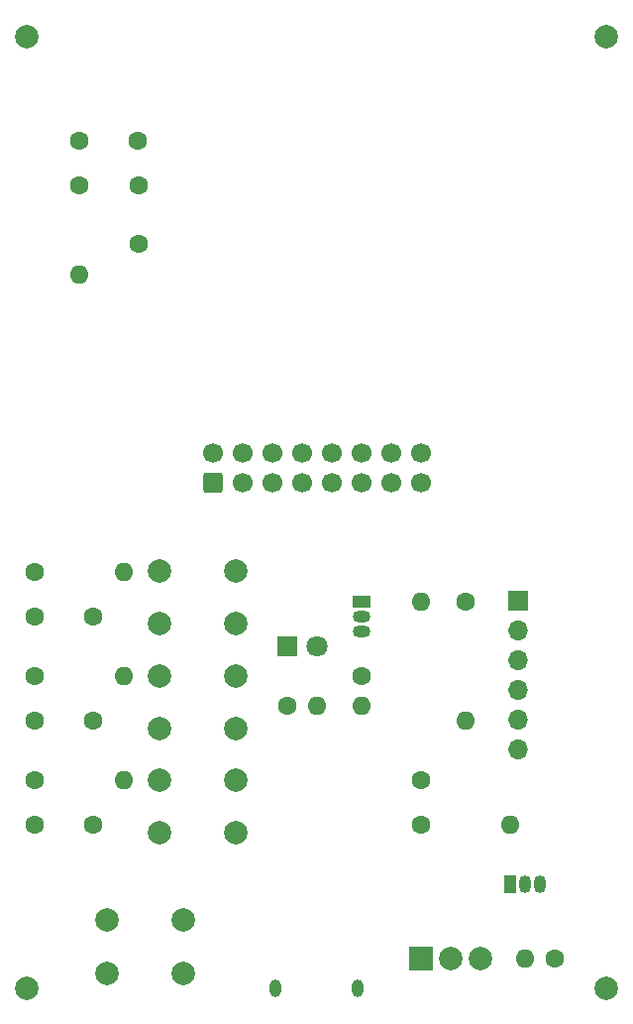
<source format=gbr>
%TF.GenerationSoftware,KiCad,Pcbnew,7.0.7*%
%TF.CreationDate,2024-10-11T15:58:01+09:00*%
%TF.ProjectId,ESP32-hub75,45535033-322d-4687-9562-37352e6b6963,rev?*%
%TF.SameCoordinates,Original*%
%TF.FileFunction,Soldermask,Bot*%
%TF.FilePolarity,Negative*%
%FSLAX46Y46*%
G04 Gerber Fmt 4.6, Leading zero omitted, Abs format (unit mm)*
G04 Created by KiCad (PCBNEW 7.0.7) date 2024-10-11 15:58:01*
%MOMM*%
%LPD*%
G01*
G04 APERTURE LIST*
G04 Aperture macros list*
%AMRoundRect*
0 Rectangle with rounded corners*
0 $1 Rounding radius*
0 $2 $3 $4 $5 $6 $7 $8 $9 X,Y pos of 4 corners*
0 Add a 4 corners polygon primitive as box body*
4,1,4,$2,$3,$4,$5,$6,$7,$8,$9,$2,$3,0*
0 Add four circle primitives for the rounded corners*
1,1,$1+$1,$2,$3*
1,1,$1+$1,$4,$5*
1,1,$1+$1,$6,$7*
1,1,$1+$1,$8,$9*
0 Add four rect primitives between the rounded corners*
20,1,$1+$1,$2,$3,$4,$5,0*
20,1,$1+$1,$4,$5,$6,$7,0*
20,1,$1+$1,$6,$7,$8,$9,0*
20,1,$1+$1,$8,$9,$2,$3,0*%
G04 Aperture macros list end*
%ADD10C,1.600000*%
%ADD11O,1.600000X1.600000*%
%ADD12C,2.000000*%
%ADD13R,2.000000X2.000000*%
%ADD14O,1.000000X1.500000*%
%ADD15R,1.800000X1.800000*%
%ADD16C,1.800000*%
%ADD17RoundRect,0.250000X0.600000X-0.600000X0.600000X0.600000X-0.600000X0.600000X-0.600000X-0.600000X0*%
%ADD18C,1.700000*%
%ADD19R,1.700000X1.700000*%
%ADD20O,1.700000X1.700000*%
%ADD21R,1.500000X1.050000*%
%ADD22O,1.500000X1.050000*%
%ADD23R,1.050000X1.500000*%
%ADD24O,1.050000X1.500000*%
G04 APERTURE END LIST*
D10*
%TO.C,R2*%
X67310000Y-82550000D03*
D11*
X67310000Y-85090000D03*
%TD*%
D12*
%TO.C,REF\u002A\u002A*%
X38735000Y-109220000D03*
%TD*%
%TO.C,SW1*%
X52070000Y-107950000D03*
X45570000Y-107950000D03*
X52070000Y-103450000D03*
X45570000Y-103450000D03*
%TD*%
D13*
%TO.C,SW2*%
X72390000Y-106680000D03*
D12*
X74930000Y-106680000D03*
X77470000Y-106680000D03*
%TD*%
D10*
%TO.C,C4*%
X39410000Y-86360000D03*
X44410000Y-86360000D03*
%TD*%
%TO.C,C2*%
X43220000Y-36830000D03*
X48220000Y-36830000D03*
%TD*%
D14*
%TO.C,J1*%
X59950000Y-109220000D03*
X67050000Y-109220000D03*
%TD*%
D10*
%TO.C,R6*%
X83820000Y-106680000D03*
D11*
X81280000Y-106680000D03*
%TD*%
D10*
%TO.C,C3*%
X39410000Y-77470000D03*
X44410000Y-77470000D03*
%TD*%
%TO.C,C5*%
X39410000Y-95250000D03*
X44410000Y-95250000D03*
%TD*%
D12*
%TO.C,REF\u002A\u002A*%
X88265000Y-109220000D03*
%TD*%
D15*
%TO.C,D1*%
X60960000Y-80010000D03*
D16*
X63500000Y-80010000D03*
%TD*%
D12*
%TO.C,SW5*%
X56590000Y-95940000D03*
X50090000Y-95940000D03*
X56590000Y-91440000D03*
X50090000Y-91440000D03*
%TD*%
D17*
%TO.C,J3*%
X54610000Y-66040000D03*
D18*
X54610000Y-63500000D03*
X57150000Y-66040000D03*
X57150000Y-63500000D03*
X59690000Y-66040000D03*
X59690000Y-63500000D03*
X62230000Y-66040000D03*
X62230000Y-63500000D03*
X64770000Y-66040000D03*
X64770000Y-63500000D03*
X67310000Y-66040000D03*
X67310000Y-63500000D03*
X69850000Y-66040000D03*
X69850000Y-63500000D03*
X72390000Y-66040000D03*
X72390000Y-63500000D03*
%TD*%
D10*
%TO.C,R7*%
X39370000Y-73660000D03*
D11*
X46990000Y-73660000D03*
%TD*%
D10*
%TO.C,R5*%
X76200000Y-76200000D03*
D11*
X76200000Y-86360000D03*
%TD*%
D19*
%TO.C,J2*%
X80690000Y-76175000D03*
D20*
X80690000Y-78715000D03*
X80690000Y-81255000D03*
X80690000Y-83795000D03*
X80690000Y-86335000D03*
X80690000Y-88875000D03*
%TD*%
D12*
%TO.C,SW3*%
X56590000Y-78105000D03*
X50090000Y-78105000D03*
X56590000Y-73605000D03*
X50090000Y-73605000D03*
%TD*%
D10*
%TO.C,R1*%
X43180000Y-40640000D03*
D11*
X43180000Y-48260000D03*
%TD*%
D10*
%TO.C,C1*%
X48260000Y-40680000D03*
X48260000Y-45680000D03*
%TD*%
%TO.C,R4*%
X72390000Y-95250000D03*
D11*
X80010000Y-95250000D03*
%TD*%
D12*
%TO.C,REF\u002A\u002A*%
X38735000Y-27940000D03*
%TD*%
D10*
%TO.C,R8*%
X39370000Y-82550000D03*
D11*
X46990000Y-82550000D03*
%TD*%
D10*
%TO.C,R10*%
X60960000Y-85090000D03*
D11*
X63500000Y-85090000D03*
%TD*%
D12*
%TO.C,REF\u002A\u002A*%
X88265000Y-27940000D03*
%TD*%
D10*
%TO.C,R9*%
X39370000Y-91440000D03*
D11*
X46990000Y-91440000D03*
%TD*%
D21*
%TO.C,Q1*%
X67310000Y-76200000D03*
D22*
X67310000Y-77470000D03*
X67310000Y-78740000D03*
%TD*%
D12*
%TO.C,SW4*%
X56590000Y-87050000D03*
X50090000Y-87050000D03*
X56590000Y-82550000D03*
X50090000Y-82550000D03*
%TD*%
D23*
%TO.C,Q2*%
X80010000Y-100330000D03*
D24*
X81280000Y-100330000D03*
X82550000Y-100330000D03*
%TD*%
D10*
%TO.C,R3*%
X72390000Y-91440000D03*
D11*
X72390000Y-76200000D03*
%TD*%
M02*

</source>
